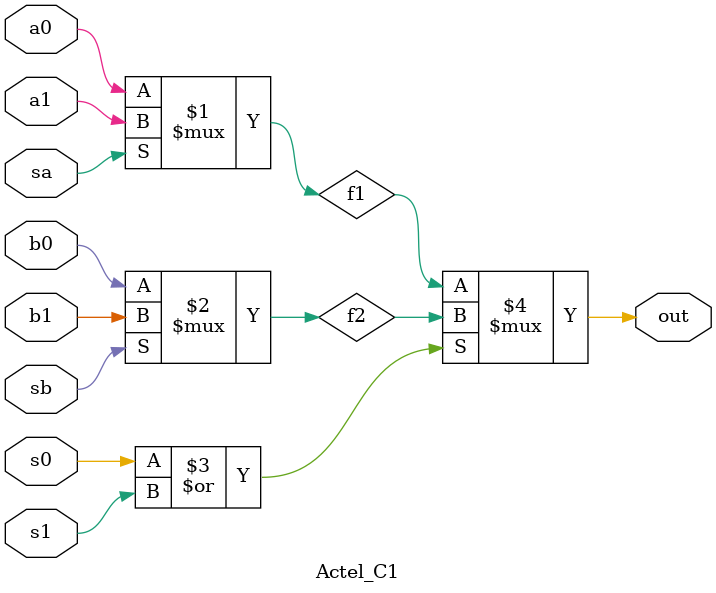
<source format=v>
module Actel_C1(a0, a1, sa, b0, b1, sb, s0, s1, out);

    input wire[0:0] a0, a1, sa, b0, b1, sb, s0, s1;
    output wire[0:0] out; 

    wire[0:0] f1 = (sa) ? a1 : a0;
    wire[0:0] f2 = (sb) ? b1 : b0;    

    assign out = (s0 | s1) ? f2 : f1;

endmodule

</source>
